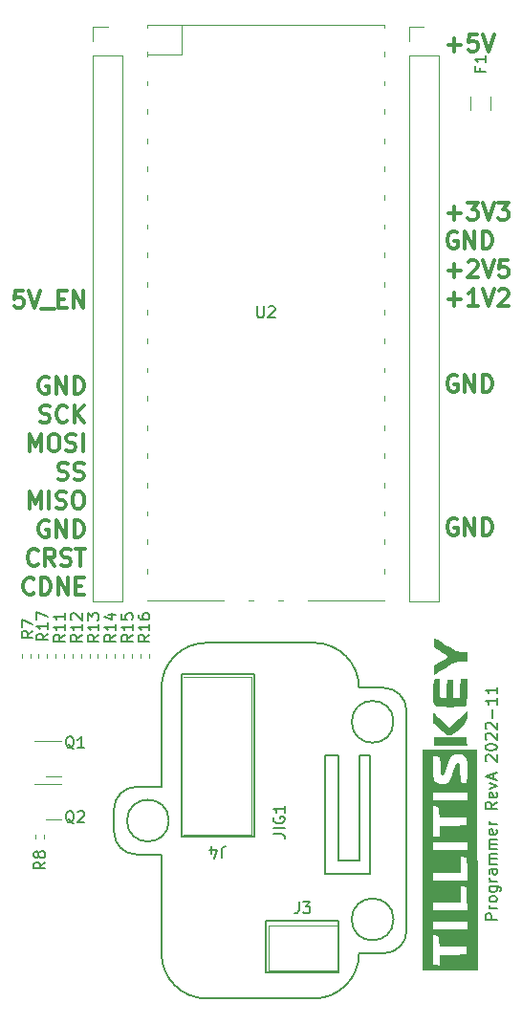
<source format=gbr>
%TF.GenerationSoftware,KiCad,Pcbnew,(6.0.4)*%
%TF.CreationDate,2022-11-07T15:55:16+01:00*%
%TF.ProjectId,mta1-usb-v1-programmer,6d746131-2d75-4736-922d-76312d70726f,rev?*%
%TF.SameCoordinates,Original*%
%TF.FileFunction,Legend,Top*%
%TF.FilePolarity,Positive*%
%FSLAX46Y46*%
G04 Gerber Fmt 4.6, Leading zero omitted, Abs format (unit mm)*
G04 Created by KiCad (PCBNEW (6.0.4)) date 2022-11-07 15:55:16*
%MOMM*%
%LPD*%
G01*
G04 APERTURE LIST*
%ADD10C,0.300000*%
%ADD11C,0.150000*%
%ADD12C,0.120000*%
%ADD13C,0.200000*%
G04 APERTURE END LIST*
D10*
X156627142Y-66227142D02*
X157770000Y-66227142D01*
X157198571Y-66798571D02*
X157198571Y-65655714D01*
X158341428Y-65298571D02*
X159270000Y-65298571D01*
X158770000Y-65870000D01*
X158984285Y-65870000D01*
X159127142Y-65941428D01*
X159198571Y-66012857D01*
X159270000Y-66155714D01*
X159270000Y-66512857D01*
X159198571Y-66655714D01*
X159127142Y-66727142D01*
X158984285Y-66798571D01*
X158555714Y-66798571D01*
X158412857Y-66727142D01*
X158341428Y-66655714D01*
X159698571Y-65298571D02*
X160198571Y-66798571D01*
X160698571Y-65298571D01*
X161055714Y-65298571D02*
X161984285Y-65298571D01*
X161484285Y-65870000D01*
X161698571Y-65870000D01*
X161841428Y-65941428D01*
X161912857Y-66012857D01*
X161984285Y-66155714D01*
X161984285Y-66512857D01*
X161912857Y-66655714D01*
X161841428Y-66727142D01*
X161698571Y-66798571D01*
X161270000Y-66798571D01*
X161127142Y-66727142D01*
X161055714Y-66655714D01*
X156627142Y-71307142D02*
X157770000Y-71307142D01*
X157198571Y-71878571D02*
X157198571Y-70735714D01*
X158412857Y-70521428D02*
X158484285Y-70450000D01*
X158627142Y-70378571D01*
X158984285Y-70378571D01*
X159127142Y-70450000D01*
X159198571Y-70521428D01*
X159270000Y-70664285D01*
X159270000Y-70807142D01*
X159198571Y-71021428D01*
X158341428Y-71878571D01*
X159270000Y-71878571D01*
X159698571Y-70378571D02*
X160198571Y-71878571D01*
X160698571Y-70378571D01*
X161912857Y-70378571D02*
X161198571Y-70378571D01*
X161127142Y-71092857D01*
X161198571Y-71021428D01*
X161341428Y-70950000D01*
X161698571Y-70950000D01*
X161841428Y-71021428D01*
X161912857Y-71092857D01*
X161984285Y-71235714D01*
X161984285Y-71592857D01*
X161912857Y-71735714D01*
X161841428Y-71807142D01*
X161698571Y-71878571D01*
X161341428Y-71878571D01*
X161198571Y-71807142D01*
X161127142Y-71735714D01*
X156627142Y-73847142D02*
X157770000Y-73847142D01*
X157198571Y-74418571D02*
X157198571Y-73275714D01*
X159270000Y-74418571D02*
X158412857Y-74418571D01*
X158841428Y-74418571D02*
X158841428Y-72918571D01*
X158698571Y-73132857D01*
X158555714Y-73275714D01*
X158412857Y-73347142D01*
X159698571Y-72918571D02*
X160198571Y-74418571D01*
X160698571Y-72918571D01*
X161127142Y-73061428D02*
X161198571Y-72990000D01*
X161341428Y-72918571D01*
X161698571Y-72918571D01*
X161841428Y-72990000D01*
X161912857Y-73061428D01*
X161984285Y-73204285D01*
X161984285Y-73347142D01*
X161912857Y-73561428D01*
X161055714Y-74418571D01*
X161984285Y-74418571D01*
D11*
X160952380Y-128785714D02*
X159952380Y-128785714D01*
X159952380Y-128404761D01*
X160000000Y-128309523D01*
X160047619Y-128261904D01*
X160142857Y-128214285D01*
X160285714Y-128214285D01*
X160380952Y-128261904D01*
X160428571Y-128309523D01*
X160476190Y-128404761D01*
X160476190Y-128785714D01*
X160952380Y-127785714D02*
X160285714Y-127785714D01*
X160476190Y-127785714D02*
X160380952Y-127738095D01*
X160333333Y-127690476D01*
X160285714Y-127595238D01*
X160285714Y-127500000D01*
X160952380Y-127023809D02*
X160904761Y-127119047D01*
X160857142Y-127166666D01*
X160761904Y-127214285D01*
X160476190Y-127214285D01*
X160380952Y-127166666D01*
X160333333Y-127119047D01*
X160285714Y-127023809D01*
X160285714Y-126880952D01*
X160333333Y-126785714D01*
X160380952Y-126738095D01*
X160476190Y-126690476D01*
X160761904Y-126690476D01*
X160857142Y-126738095D01*
X160904761Y-126785714D01*
X160952380Y-126880952D01*
X160952380Y-127023809D01*
X160285714Y-125833333D02*
X161095238Y-125833333D01*
X161190476Y-125880952D01*
X161238095Y-125928571D01*
X161285714Y-126023809D01*
X161285714Y-126166666D01*
X161238095Y-126261904D01*
X160904761Y-125833333D02*
X160952380Y-125928571D01*
X160952380Y-126119047D01*
X160904761Y-126214285D01*
X160857142Y-126261904D01*
X160761904Y-126309523D01*
X160476190Y-126309523D01*
X160380952Y-126261904D01*
X160333333Y-126214285D01*
X160285714Y-126119047D01*
X160285714Y-125928571D01*
X160333333Y-125833333D01*
X160952380Y-125357142D02*
X160285714Y-125357142D01*
X160476190Y-125357142D02*
X160380952Y-125309523D01*
X160333333Y-125261904D01*
X160285714Y-125166666D01*
X160285714Y-125071428D01*
X160952380Y-124309523D02*
X160428571Y-124309523D01*
X160333333Y-124357142D01*
X160285714Y-124452380D01*
X160285714Y-124642857D01*
X160333333Y-124738095D01*
X160904761Y-124309523D02*
X160952380Y-124404761D01*
X160952380Y-124642857D01*
X160904761Y-124738095D01*
X160809523Y-124785714D01*
X160714285Y-124785714D01*
X160619047Y-124738095D01*
X160571428Y-124642857D01*
X160571428Y-124404761D01*
X160523809Y-124309523D01*
X160952380Y-123833333D02*
X160285714Y-123833333D01*
X160380952Y-123833333D02*
X160333333Y-123785714D01*
X160285714Y-123690476D01*
X160285714Y-123547619D01*
X160333333Y-123452380D01*
X160428571Y-123404761D01*
X160952380Y-123404761D01*
X160428571Y-123404761D02*
X160333333Y-123357142D01*
X160285714Y-123261904D01*
X160285714Y-123119047D01*
X160333333Y-123023809D01*
X160428571Y-122976190D01*
X160952380Y-122976190D01*
X160952380Y-122500000D02*
X160285714Y-122500000D01*
X160380952Y-122500000D02*
X160333333Y-122452380D01*
X160285714Y-122357142D01*
X160285714Y-122214285D01*
X160333333Y-122119047D01*
X160428571Y-122071428D01*
X160952380Y-122071428D01*
X160428571Y-122071428D02*
X160333333Y-122023809D01*
X160285714Y-121928571D01*
X160285714Y-121785714D01*
X160333333Y-121690476D01*
X160428571Y-121642857D01*
X160952380Y-121642857D01*
X160904761Y-120785714D02*
X160952380Y-120880952D01*
X160952380Y-121071428D01*
X160904761Y-121166666D01*
X160809523Y-121214285D01*
X160428571Y-121214285D01*
X160333333Y-121166666D01*
X160285714Y-121071428D01*
X160285714Y-120880952D01*
X160333333Y-120785714D01*
X160428571Y-120738095D01*
X160523809Y-120738095D01*
X160619047Y-121214285D01*
X160952380Y-120309523D02*
X160285714Y-120309523D01*
X160476190Y-120309523D02*
X160380952Y-120261904D01*
X160333333Y-120214285D01*
X160285714Y-120119047D01*
X160285714Y-120023809D01*
X160952380Y-118357142D02*
X160476190Y-118690476D01*
X160952380Y-118928571D02*
X159952380Y-118928571D01*
X159952380Y-118547619D01*
X160000000Y-118452380D01*
X160047619Y-118404761D01*
X160142857Y-118357142D01*
X160285714Y-118357142D01*
X160380952Y-118404761D01*
X160428571Y-118452380D01*
X160476190Y-118547619D01*
X160476190Y-118928571D01*
X160904761Y-117547619D02*
X160952380Y-117642857D01*
X160952380Y-117833333D01*
X160904761Y-117928571D01*
X160809523Y-117976190D01*
X160428571Y-117976190D01*
X160333333Y-117928571D01*
X160285714Y-117833333D01*
X160285714Y-117642857D01*
X160333333Y-117547619D01*
X160428571Y-117500000D01*
X160523809Y-117500000D01*
X160619047Y-117976190D01*
X160285714Y-117166666D02*
X160952380Y-116928571D01*
X160285714Y-116690476D01*
X160666666Y-116357142D02*
X160666666Y-115880952D01*
X160952380Y-116452380D02*
X159952380Y-116119047D01*
X160952380Y-115785714D01*
X160047619Y-114738095D02*
X160000000Y-114690476D01*
X159952380Y-114595238D01*
X159952380Y-114357142D01*
X160000000Y-114261904D01*
X160047619Y-114214285D01*
X160142857Y-114166666D01*
X160238095Y-114166666D01*
X160380952Y-114214285D01*
X160952380Y-114785714D01*
X160952380Y-114166666D01*
X159952380Y-113547619D02*
X159952380Y-113452380D01*
X160000000Y-113357142D01*
X160047619Y-113309523D01*
X160142857Y-113261904D01*
X160333333Y-113214285D01*
X160571428Y-113214285D01*
X160761904Y-113261904D01*
X160857142Y-113309523D01*
X160904761Y-113357142D01*
X160952380Y-113452380D01*
X160952380Y-113547619D01*
X160904761Y-113642857D01*
X160857142Y-113690476D01*
X160761904Y-113738095D01*
X160571428Y-113785714D01*
X160333333Y-113785714D01*
X160142857Y-113738095D01*
X160047619Y-113690476D01*
X160000000Y-113642857D01*
X159952380Y-113547619D01*
X160047619Y-112833333D02*
X160000000Y-112785714D01*
X159952380Y-112690476D01*
X159952380Y-112452380D01*
X160000000Y-112357142D01*
X160047619Y-112309523D01*
X160142857Y-112261904D01*
X160238095Y-112261904D01*
X160380952Y-112309523D01*
X160952380Y-112880952D01*
X160952380Y-112261904D01*
X160047619Y-111880952D02*
X160000000Y-111833333D01*
X159952380Y-111738095D01*
X159952380Y-111500000D01*
X160000000Y-111404761D01*
X160047619Y-111357142D01*
X160142857Y-111309523D01*
X160238095Y-111309523D01*
X160380952Y-111357142D01*
X160952380Y-111928571D01*
X160952380Y-111309523D01*
X160571428Y-110880952D02*
X160571428Y-110119047D01*
X160952380Y-109119047D02*
X160952380Y-109690476D01*
X160952380Y-109404761D02*
X159952380Y-109404761D01*
X160095238Y-109500000D01*
X160190476Y-109595238D01*
X160238095Y-109690476D01*
X160952380Y-108166666D02*
X160952380Y-108738095D01*
X160952380Y-108452380D02*
X159952380Y-108452380D01*
X160095238Y-108547619D01*
X160190476Y-108642857D01*
X160238095Y-108738095D01*
D10*
X157412857Y-93310000D02*
X157270000Y-93238571D01*
X157055714Y-93238571D01*
X156841428Y-93310000D01*
X156698571Y-93452857D01*
X156627142Y-93595714D01*
X156555714Y-93881428D01*
X156555714Y-94095714D01*
X156627142Y-94381428D01*
X156698571Y-94524285D01*
X156841428Y-94667142D01*
X157055714Y-94738571D01*
X157198571Y-94738571D01*
X157412857Y-94667142D01*
X157484285Y-94595714D01*
X157484285Y-94095714D01*
X157198571Y-94095714D01*
X158127142Y-94738571D02*
X158127142Y-93238571D01*
X158984285Y-94738571D01*
X158984285Y-93238571D01*
X159698571Y-94738571D02*
X159698571Y-93238571D01*
X160055714Y-93238571D01*
X160270000Y-93310000D01*
X160412857Y-93452857D01*
X160484285Y-93595714D01*
X160555714Y-93881428D01*
X160555714Y-94095714D01*
X160484285Y-94381428D01*
X160412857Y-94524285D01*
X160270000Y-94667142D01*
X160055714Y-94738571D01*
X159698571Y-94738571D01*
X119593571Y-87278571D02*
X119593571Y-85778571D01*
X120093571Y-86850000D01*
X120593571Y-85778571D01*
X120593571Y-87278571D01*
X121593571Y-85778571D02*
X121879285Y-85778571D01*
X122022142Y-85850000D01*
X122165000Y-85992857D01*
X122236428Y-86278571D01*
X122236428Y-86778571D01*
X122165000Y-87064285D01*
X122022142Y-87207142D01*
X121879285Y-87278571D01*
X121593571Y-87278571D01*
X121450714Y-87207142D01*
X121307857Y-87064285D01*
X121236428Y-86778571D01*
X121236428Y-86278571D01*
X121307857Y-85992857D01*
X121450714Y-85850000D01*
X121593571Y-85778571D01*
X122807857Y-87207142D02*
X123022142Y-87278571D01*
X123379285Y-87278571D01*
X123522142Y-87207142D01*
X123593571Y-87135714D01*
X123665000Y-86992857D01*
X123665000Y-86850000D01*
X123593571Y-86707142D01*
X123522142Y-86635714D01*
X123379285Y-86564285D01*
X123093571Y-86492857D01*
X122950714Y-86421428D01*
X122879285Y-86350000D01*
X122807857Y-86207142D01*
X122807857Y-86064285D01*
X122879285Y-85921428D01*
X122950714Y-85850000D01*
X123093571Y-85778571D01*
X123450714Y-85778571D01*
X123665000Y-85850000D01*
X124307857Y-87278571D02*
X124307857Y-85778571D01*
X121236428Y-93470000D02*
X121093571Y-93398571D01*
X120879285Y-93398571D01*
X120665000Y-93470000D01*
X120522142Y-93612857D01*
X120450714Y-93755714D01*
X120379285Y-94041428D01*
X120379285Y-94255714D01*
X120450714Y-94541428D01*
X120522142Y-94684285D01*
X120665000Y-94827142D01*
X120879285Y-94898571D01*
X121022142Y-94898571D01*
X121236428Y-94827142D01*
X121307857Y-94755714D01*
X121307857Y-94255714D01*
X121022142Y-94255714D01*
X121950714Y-94898571D02*
X121950714Y-93398571D01*
X122807857Y-94898571D01*
X122807857Y-93398571D01*
X123522142Y-94898571D02*
X123522142Y-93398571D01*
X123879285Y-93398571D01*
X124093571Y-93470000D01*
X124236428Y-93612857D01*
X124307857Y-93755714D01*
X124379285Y-94041428D01*
X124379285Y-94255714D01*
X124307857Y-94541428D01*
X124236428Y-94684285D01*
X124093571Y-94827142D01*
X123879285Y-94898571D01*
X123522142Y-94898571D01*
X157412857Y-80610000D02*
X157270000Y-80538571D01*
X157055714Y-80538571D01*
X156841428Y-80610000D01*
X156698571Y-80752857D01*
X156627142Y-80895714D01*
X156555714Y-81181428D01*
X156555714Y-81395714D01*
X156627142Y-81681428D01*
X156698571Y-81824285D01*
X156841428Y-81967142D01*
X157055714Y-82038571D01*
X157198571Y-82038571D01*
X157412857Y-81967142D01*
X157484285Y-81895714D01*
X157484285Y-81395714D01*
X157198571Y-81395714D01*
X158127142Y-82038571D02*
X158127142Y-80538571D01*
X158984285Y-82038571D01*
X158984285Y-80538571D01*
X159698571Y-82038571D02*
X159698571Y-80538571D01*
X160055714Y-80538571D01*
X160270000Y-80610000D01*
X160412857Y-80752857D01*
X160484285Y-80895714D01*
X160555714Y-81181428D01*
X160555714Y-81395714D01*
X160484285Y-81681428D01*
X160412857Y-81824285D01*
X160270000Y-81967142D01*
X160055714Y-82038571D01*
X159698571Y-82038571D01*
X120522142Y-84667142D02*
X120736428Y-84738571D01*
X121093571Y-84738571D01*
X121236428Y-84667142D01*
X121307857Y-84595714D01*
X121379285Y-84452857D01*
X121379285Y-84310000D01*
X121307857Y-84167142D01*
X121236428Y-84095714D01*
X121093571Y-84024285D01*
X120807857Y-83952857D01*
X120665000Y-83881428D01*
X120593571Y-83810000D01*
X120522142Y-83667142D01*
X120522142Y-83524285D01*
X120593571Y-83381428D01*
X120665000Y-83310000D01*
X120807857Y-83238571D01*
X121165000Y-83238571D01*
X121379285Y-83310000D01*
X122879285Y-84595714D02*
X122807857Y-84667142D01*
X122593571Y-84738571D01*
X122450714Y-84738571D01*
X122236428Y-84667142D01*
X122093571Y-84524285D01*
X122022142Y-84381428D01*
X121950714Y-84095714D01*
X121950714Y-83881428D01*
X122022142Y-83595714D01*
X122093571Y-83452857D01*
X122236428Y-83310000D01*
X122450714Y-83238571D01*
X122593571Y-83238571D01*
X122807857Y-83310000D01*
X122879285Y-83381428D01*
X123522142Y-84738571D02*
X123522142Y-83238571D01*
X124379285Y-84738571D02*
X123736428Y-83881428D01*
X124379285Y-83238571D02*
X123522142Y-84095714D01*
X118990714Y-73078571D02*
X118276428Y-73078571D01*
X118205000Y-73792857D01*
X118276428Y-73721428D01*
X118419285Y-73650000D01*
X118776428Y-73650000D01*
X118919285Y-73721428D01*
X118990714Y-73792857D01*
X119062142Y-73935714D01*
X119062142Y-74292857D01*
X118990714Y-74435714D01*
X118919285Y-74507142D01*
X118776428Y-74578571D01*
X118419285Y-74578571D01*
X118276428Y-74507142D01*
X118205000Y-74435714D01*
X119490714Y-73078571D02*
X119990714Y-74578571D01*
X120490714Y-73078571D01*
X120633571Y-74721428D02*
X121776428Y-74721428D01*
X122133571Y-73792857D02*
X122633571Y-73792857D01*
X122847857Y-74578571D02*
X122133571Y-74578571D01*
X122133571Y-73078571D01*
X122847857Y-73078571D01*
X123490714Y-74578571D02*
X123490714Y-73078571D01*
X124347857Y-74578571D01*
X124347857Y-73078571D01*
X157412857Y-67910000D02*
X157270000Y-67838571D01*
X157055714Y-67838571D01*
X156841428Y-67910000D01*
X156698571Y-68052857D01*
X156627142Y-68195714D01*
X156555714Y-68481428D01*
X156555714Y-68695714D01*
X156627142Y-68981428D01*
X156698571Y-69124285D01*
X156841428Y-69267142D01*
X157055714Y-69338571D01*
X157198571Y-69338571D01*
X157412857Y-69267142D01*
X157484285Y-69195714D01*
X157484285Y-68695714D01*
X157198571Y-68695714D01*
X158127142Y-69338571D02*
X158127142Y-67838571D01*
X158984285Y-69338571D01*
X158984285Y-67838571D01*
X159698571Y-69338571D02*
X159698571Y-67838571D01*
X160055714Y-67838571D01*
X160270000Y-67910000D01*
X160412857Y-68052857D01*
X160484285Y-68195714D01*
X160555714Y-68481428D01*
X160555714Y-68695714D01*
X160484285Y-68981428D01*
X160412857Y-69124285D01*
X160270000Y-69267142D01*
X160055714Y-69338571D01*
X159698571Y-69338571D01*
X156627142Y-51307142D02*
X157770000Y-51307142D01*
X157198571Y-51878571D02*
X157198571Y-50735714D01*
X159198571Y-50378571D02*
X158484285Y-50378571D01*
X158412857Y-51092857D01*
X158484285Y-51021428D01*
X158627142Y-50950000D01*
X158984285Y-50950000D01*
X159127142Y-51021428D01*
X159198571Y-51092857D01*
X159270000Y-51235714D01*
X159270000Y-51592857D01*
X159198571Y-51735714D01*
X159127142Y-51807142D01*
X158984285Y-51878571D01*
X158627142Y-51878571D01*
X158484285Y-51807142D01*
X158412857Y-51735714D01*
X159698571Y-50378571D02*
X160198571Y-51878571D01*
X160698571Y-50378571D01*
X121236428Y-80770000D02*
X121093571Y-80698571D01*
X120879285Y-80698571D01*
X120665000Y-80770000D01*
X120522142Y-80912857D01*
X120450714Y-81055714D01*
X120379285Y-81341428D01*
X120379285Y-81555714D01*
X120450714Y-81841428D01*
X120522142Y-81984285D01*
X120665000Y-82127142D01*
X120879285Y-82198571D01*
X121022142Y-82198571D01*
X121236428Y-82127142D01*
X121307857Y-82055714D01*
X121307857Y-81555714D01*
X121022142Y-81555714D01*
X121950714Y-82198571D02*
X121950714Y-80698571D01*
X122807857Y-82198571D01*
X122807857Y-80698571D01*
X123522142Y-82198571D02*
X123522142Y-80698571D01*
X123879285Y-80698571D01*
X124093571Y-80770000D01*
X124236428Y-80912857D01*
X124307857Y-81055714D01*
X124379285Y-81341428D01*
X124379285Y-81555714D01*
X124307857Y-81841428D01*
X124236428Y-81984285D01*
X124093571Y-82127142D01*
X123879285Y-82198571D01*
X123522142Y-82198571D01*
X120307857Y-97295714D02*
X120236428Y-97367142D01*
X120022142Y-97438571D01*
X119879285Y-97438571D01*
X119665000Y-97367142D01*
X119522142Y-97224285D01*
X119450714Y-97081428D01*
X119379285Y-96795714D01*
X119379285Y-96581428D01*
X119450714Y-96295714D01*
X119522142Y-96152857D01*
X119665000Y-96010000D01*
X119879285Y-95938571D01*
X120022142Y-95938571D01*
X120236428Y-96010000D01*
X120307857Y-96081428D01*
X121807857Y-97438571D02*
X121307857Y-96724285D01*
X120950714Y-97438571D02*
X120950714Y-95938571D01*
X121522142Y-95938571D01*
X121665000Y-96010000D01*
X121736428Y-96081428D01*
X121807857Y-96224285D01*
X121807857Y-96438571D01*
X121736428Y-96581428D01*
X121665000Y-96652857D01*
X121522142Y-96724285D01*
X120950714Y-96724285D01*
X122379285Y-97367142D02*
X122593571Y-97438571D01*
X122950714Y-97438571D01*
X123093571Y-97367142D01*
X123165000Y-97295714D01*
X123236428Y-97152857D01*
X123236428Y-97010000D01*
X123165000Y-96867142D01*
X123093571Y-96795714D01*
X122950714Y-96724285D01*
X122665000Y-96652857D01*
X122522142Y-96581428D01*
X122450714Y-96510000D01*
X122379285Y-96367142D01*
X122379285Y-96224285D01*
X122450714Y-96081428D01*
X122522142Y-96010000D01*
X122665000Y-95938571D01*
X123022142Y-95938571D01*
X123236428Y-96010000D01*
X123665000Y-95938571D02*
X124522142Y-95938571D01*
X124093571Y-97438571D02*
X124093571Y-95938571D01*
X119593571Y-92358571D02*
X119593571Y-90858571D01*
X120093571Y-91930000D01*
X120593571Y-90858571D01*
X120593571Y-92358571D01*
X121307857Y-92358571D02*
X121307857Y-90858571D01*
X121950714Y-92287142D02*
X122165000Y-92358571D01*
X122522142Y-92358571D01*
X122665000Y-92287142D01*
X122736428Y-92215714D01*
X122807857Y-92072857D01*
X122807857Y-91930000D01*
X122736428Y-91787142D01*
X122665000Y-91715714D01*
X122522142Y-91644285D01*
X122236428Y-91572857D01*
X122093571Y-91501428D01*
X122022142Y-91430000D01*
X121950714Y-91287142D01*
X121950714Y-91144285D01*
X122022142Y-91001428D01*
X122093571Y-90930000D01*
X122236428Y-90858571D01*
X122593571Y-90858571D01*
X122807857Y-90930000D01*
X123736428Y-90858571D02*
X124022142Y-90858571D01*
X124165000Y-90930000D01*
X124307857Y-91072857D01*
X124379285Y-91358571D01*
X124379285Y-91858571D01*
X124307857Y-92144285D01*
X124165000Y-92287142D01*
X124022142Y-92358571D01*
X123736428Y-92358571D01*
X123593571Y-92287142D01*
X123450714Y-92144285D01*
X123379285Y-91858571D01*
X123379285Y-91358571D01*
X123450714Y-91072857D01*
X123593571Y-90930000D01*
X123736428Y-90858571D01*
X119950714Y-99835714D02*
X119879285Y-99907142D01*
X119665000Y-99978571D01*
X119522142Y-99978571D01*
X119307857Y-99907142D01*
X119165000Y-99764285D01*
X119093571Y-99621428D01*
X119022142Y-99335714D01*
X119022142Y-99121428D01*
X119093571Y-98835714D01*
X119165000Y-98692857D01*
X119307857Y-98550000D01*
X119522142Y-98478571D01*
X119665000Y-98478571D01*
X119879285Y-98550000D01*
X119950714Y-98621428D01*
X120593571Y-99978571D02*
X120593571Y-98478571D01*
X120950714Y-98478571D01*
X121165000Y-98550000D01*
X121307857Y-98692857D01*
X121379285Y-98835714D01*
X121450714Y-99121428D01*
X121450714Y-99335714D01*
X121379285Y-99621428D01*
X121307857Y-99764285D01*
X121165000Y-99907142D01*
X120950714Y-99978571D01*
X120593571Y-99978571D01*
X122093571Y-99978571D02*
X122093571Y-98478571D01*
X122950714Y-99978571D01*
X122950714Y-98478571D01*
X123665000Y-99192857D02*
X124165000Y-99192857D01*
X124379285Y-99978571D02*
X123665000Y-99978571D01*
X123665000Y-98478571D01*
X124379285Y-98478571D01*
X122093571Y-89747142D02*
X122307857Y-89818571D01*
X122665000Y-89818571D01*
X122807857Y-89747142D01*
X122879285Y-89675714D01*
X122950714Y-89532857D01*
X122950714Y-89390000D01*
X122879285Y-89247142D01*
X122807857Y-89175714D01*
X122665000Y-89104285D01*
X122379285Y-89032857D01*
X122236428Y-88961428D01*
X122165000Y-88890000D01*
X122093571Y-88747142D01*
X122093571Y-88604285D01*
X122165000Y-88461428D01*
X122236428Y-88390000D01*
X122379285Y-88318571D01*
X122736428Y-88318571D01*
X122950714Y-88390000D01*
X123522142Y-89747142D02*
X123736428Y-89818571D01*
X124093571Y-89818571D01*
X124236428Y-89747142D01*
X124307857Y-89675714D01*
X124379285Y-89532857D01*
X124379285Y-89390000D01*
X124307857Y-89247142D01*
X124236428Y-89175714D01*
X124093571Y-89104285D01*
X123807857Y-89032857D01*
X123665000Y-88961428D01*
X123593571Y-88890000D01*
X123522142Y-88747142D01*
X123522142Y-88604285D01*
X123593571Y-88461428D01*
X123665000Y-88390000D01*
X123807857Y-88318571D01*
X124165000Y-88318571D01*
X124379285Y-88390000D01*
D11*
%TO.C,R16*%
X130202380Y-103542857D02*
X129726190Y-103876190D01*
X130202380Y-104114285D02*
X129202380Y-104114285D01*
X129202380Y-103733333D01*
X129250000Y-103638095D01*
X129297619Y-103590476D01*
X129392857Y-103542857D01*
X129535714Y-103542857D01*
X129630952Y-103590476D01*
X129678571Y-103638095D01*
X129726190Y-103733333D01*
X129726190Y-104114285D01*
X130202380Y-102590476D02*
X130202380Y-103161904D01*
X130202380Y-102876190D02*
X129202380Y-102876190D01*
X129345238Y-102971428D01*
X129440476Y-103066666D01*
X129488095Y-103161904D01*
X129202380Y-101733333D02*
X129202380Y-101923809D01*
X129250000Y-102019047D01*
X129297619Y-102066666D01*
X129440476Y-102161904D01*
X129630952Y-102209523D01*
X130011904Y-102209523D01*
X130107142Y-102161904D01*
X130154761Y-102114285D01*
X130202380Y-102019047D01*
X130202380Y-101828571D01*
X130154761Y-101733333D01*
X130107142Y-101685714D01*
X130011904Y-101638095D01*
X129773809Y-101638095D01*
X129678571Y-101685714D01*
X129630952Y-101733333D01*
X129583333Y-101828571D01*
X129583333Y-102019047D01*
X129630952Y-102114285D01*
X129678571Y-102161904D01*
X129773809Y-102209523D01*
%TO.C,JIG1*%
X141152380Y-121171428D02*
X141866666Y-121171428D01*
X142009523Y-121219047D01*
X142104761Y-121314285D01*
X142152380Y-121457142D01*
X142152380Y-121552380D01*
X142152380Y-120695238D02*
X141152380Y-120695238D01*
X141200000Y-119695238D02*
X141152380Y-119790476D01*
X141152380Y-119933333D01*
X141200000Y-120076190D01*
X141295238Y-120171428D01*
X141390476Y-120219047D01*
X141580952Y-120266666D01*
X141723809Y-120266666D01*
X141914285Y-120219047D01*
X142009523Y-120171428D01*
X142104761Y-120076190D01*
X142152380Y-119933333D01*
X142152380Y-119838095D01*
X142104761Y-119695238D01*
X142057142Y-119647619D01*
X141723809Y-119647619D01*
X141723809Y-119838095D01*
X142152380Y-118695238D02*
X142152380Y-119266666D01*
X142152380Y-118980952D02*
X141152380Y-118980952D01*
X141295238Y-119076190D01*
X141390476Y-119171428D01*
X141438095Y-119266666D01*
%TO.C,J4*%
X136583333Y-123297619D02*
X136583333Y-122583333D01*
X136630952Y-122440476D01*
X136726190Y-122345238D01*
X136869047Y-122297619D01*
X136964285Y-122297619D01*
X135678571Y-122964285D02*
X135678571Y-122297619D01*
X135916666Y-123345238D02*
X136154761Y-122630952D01*
X135535714Y-122630952D01*
%TO.C,J3*%
X143416666Y-127202380D02*
X143416666Y-127916666D01*
X143369047Y-128059523D01*
X143273809Y-128154761D01*
X143130952Y-128202380D01*
X143035714Y-128202380D01*
X143797619Y-127202380D02*
X144416666Y-127202380D01*
X144083333Y-127583333D01*
X144226190Y-127583333D01*
X144321428Y-127630952D01*
X144369047Y-127678571D01*
X144416666Y-127773809D01*
X144416666Y-128011904D01*
X144369047Y-128107142D01*
X144321428Y-128154761D01*
X144226190Y-128202380D01*
X143940476Y-128202380D01*
X143845238Y-128154761D01*
X143797619Y-128107142D01*
%TO.C,F1*%
X159478571Y-53333333D02*
X159478571Y-53666666D01*
X160002380Y-53666666D02*
X159002380Y-53666666D01*
X159002380Y-53190476D01*
X160002380Y-52285714D02*
X160002380Y-52857142D01*
X160002380Y-52571428D02*
X159002380Y-52571428D01*
X159145238Y-52666666D01*
X159240476Y-52761904D01*
X159288095Y-52857142D01*
%TO.C,R12*%
X124202380Y-103542857D02*
X123726190Y-103876190D01*
X124202380Y-104114285D02*
X123202380Y-104114285D01*
X123202380Y-103733333D01*
X123250000Y-103638095D01*
X123297619Y-103590476D01*
X123392857Y-103542857D01*
X123535714Y-103542857D01*
X123630952Y-103590476D01*
X123678571Y-103638095D01*
X123726190Y-103733333D01*
X123726190Y-104114285D01*
X124202380Y-102590476D02*
X124202380Y-103161904D01*
X124202380Y-102876190D02*
X123202380Y-102876190D01*
X123345238Y-102971428D01*
X123440476Y-103066666D01*
X123488095Y-103161904D01*
X123297619Y-102209523D02*
X123250000Y-102161904D01*
X123202380Y-102066666D01*
X123202380Y-101828571D01*
X123250000Y-101733333D01*
X123297619Y-101685714D01*
X123392857Y-101638095D01*
X123488095Y-101638095D01*
X123630952Y-101685714D01*
X124202380Y-102257142D01*
X124202380Y-101638095D01*
%TO.C,R14*%
X127202380Y-103542857D02*
X126726190Y-103876190D01*
X127202380Y-104114285D02*
X126202380Y-104114285D01*
X126202380Y-103733333D01*
X126250000Y-103638095D01*
X126297619Y-103590476D01*
X126392857Y-103542857D01*
X126535714Y-103542857D01*
X126630952Y-103590476D01*
X126678571Y-103638095D01*
X126726190Y-103733333D01*
X126726190Y-104114285D01*
X127202380Y-102590476D02*
X127202380Y-103161904D01*
X127202380Y-102876190D02*
X126202380Y-102876190D01*
X126345238Y-102971428D01*
X126440476Y-103066666D01*
X126488095Y-103161904D01*
X126535714Y-101733333D02*
X127202380Y-101733333D01*
X126154761Y-101971428D02*
X126869047Y-102209523D01*
X126869047Y-101590476D01*
%TO.C,R11*%
X122702380Y-103542857D02*
X122226190Y-103876190D01*
X122702380Y-104114285D02*
X121702380Y-104114285D01*
X121702380Y-103733333D01*
X121750000Y-103638095D01*
X121797619Y-103590476D01*
X121892857Y-103542857D01*
X122035714Y-103542857D01*
X122130952Y-103590476D01*
X122178571Y-103638095D01*
X122226190Y-103733333D01*
X122226190Y-104114285D01*
X122702380Y-102590476D02*
X122702380Y-103161904D01*
X122702380Y-102876190D02*
X121702380Y-102876190D01*
X121845238Y-102971428D01*
X121940476Y-103066666D01*
X121988095Y-103161904D01*
X122702380Y-101638095D02*
X122702380Y-102209523D01*
X122702380Y-101923809D02*
X121702380Y-101923809D01*
X121845238Y-102019047D01*
X121940476Y-102114285D01*
X121988095Y-102209523D01*
%TO.C,R13*%
X125702380Y-103542857D02*
X125226190Y-103876190D01*
X125702380Y-104114285D02*
X124702380Y-104114285D01*
X124702380Y-103733333D01*
X124750000Y-103638095D01*
X124797619Y-103590476D01*
X124892857Y-103542857D01*
X125035714Y-103542857D01*
X125130952Y-103590476D01*
X125178571Y-103638095D01*
X125226190Y-103733333D01*
X125226190Y-104114285D01*
X125702380Y-102590476D02*
X125702380Y-103161904D01*
X125702380Y-102876190D02*
X124702380Y-102876190D01*
X124845238Y-102971428D01*
X124940476Y-103066666D01*
X124988095Y-103161904D01*
X124702380Y-102257142D02*
X124702380Y-101638095D01*
X125083333Y-101971428D01*
X125083333Y-101828571D01*
X125130952Y-101733333D01*
X125178571Y-101685714D01*
X125273809Y-101638095D01*
X125511904Y-101638095D01*
X125607142Y-101685714D01*
X125654761Y-101733333D01*
X125702380Y-101828571D01*
X125702380Y-102114285D01*
X125654761Y-102209523D01*
X125607142Y-102257142D01*
%TO.C,Q1*%
X123504761Y-113647619D02*
X123409523Y-113600000D01*
X123314285Y-113504761D01*
X123171428Y-113361904D01*
X123076190Y-113314285D01*
X122980952Y-113314285D01*
X123028571Y-113552380D02*
X122933333Y-113504761D01*
X122838095Y-113409523D01*
X122790476Y-113219047D01*
X122790476Y-112885714D01*
X122838095Y-112695238D01*
X122933333Y-112600000D01*
X123028571Y-112552380D01*
X123219047Y-112552380D01*
X123314285Y-112600000D01*
X123409523Y-112695238D01*
X123457142Y-112885714D01*
X123457142Y-113219047D01*
X123409523Y-113409523D01*
X123314285Y-113504761D01*
X123219047Y-113552380D01*
X123028571Y-113552380D01*
X124409523Y-113552380D02*
X123838095Y-113552380D01*
X124123809Y-113552380D02*
X124123809Y-112552380D01*
X124028571Y-112695238D01*
X123933333Y-112790476D01*
X123838095Y-112838095D01*
%TO.C,R8*%
X120952380Y-123666666D02*
X120476190Y-124000000D01*
X120952380Y-124238095D02*
X119952380Y-124238095D01*
X119952380Y-123857142D01*
X120000000Y-123761904D01*
X120047619Y-123714285D01*
X120142857Y-123666666D01*
X120285714Y-123666666D01*
X120380952Y-123714285D01*
X120428571Y-123761904D01*
X120476190Y-123857142D01*
X120476190Y-124238095D01*
X120380952Y-123095238D02*
X120333333Y-123190476D01*
X120285714Y-123238095D01*
X120190476Y-123285714D01*
X120142857Y-123285714D01*
X120047619Y-123238095D01*
X120000000Y-123190476D01*
X119952380Y-123095238D01*
X119952380Y-122904761D01*
X120000000Y-122809523D01*
X120047619Y-122761904D01*
X120142857Y-122714285D01*
X120190476Y-122714285D01*
X120285714Y-122761904D01*
X120333333Y-122809523D01*
X120380952Y-122904761D01*
X120380952Y-123095238D01*
X120428571Y-123190476D01*
X120476190Y-123238095D01*
X120571428Y-123285714D01*
X120761904Y-123285714D01*
X120857142Y-123238095D01*
X120904761Y-123190476D01*
X120952380Y-123095238D01*
X120952380Y-122904761D01*
X120904761Y-122809523D01*
X120857142Y-122761904D01*
X120761904Y-122714285D01*
X120571428Y-122714285D01*
X120476190Y-122761904D01*
X120428571Y-122809523D01*
X120380952Y-122904761D01*
%TO.C,Q2*%
X123504761Y-120247619D02*
X123409523Y-120200000D01*
X123314285Y-120104761D01*
X123171428Y-119961904D01*
X123076190Y-119914285D01*
X122980952Y-119914285D01*
X123028571Y-120152380D02*
X122933333Y-120104761D01*
X122838095Y-120009523D01*
X122790476Y-119819047D01*
X122790476Y-119485714D01*
X122838095Y-119295238D01*
X122933333Y-119200000D01*
X123028571Y-119152380D01*
X123219047Y-119152380D01*
X123314285Y-119200000D01*
X123409523Y-119295238D01*
X123457142Y-119485714D01*
X123457142Y-119819047D01*
X123409523Y-120009523D01*
X123314285Y-120104761D01*
X123219047Y-120152380D01*
X123028571Y-120152380D01*
X123838095Y-119247619D02*
X123885714Y-119200000D01*
X123980952Y-119152380D01*
X124219047Y-119152380D01*
X124314285Y-119200000D01*
X124361904Y-119247619D01*
X124409523Y-119342857D01*
X124409523Y-119438095D01*
X124361904Y-119580952D01*
X123790476Y-120152380D01*
X124409523Y-120152380D01*
%TO.C,U2*%
X139738095Y-74452380D02*
X139738095Y-75261904D01*
X139785714Y-75357142D01*
X139833333Y-75404761D01*
X139928571Y-75452380D01*
X140119047Y-75452380D01*
X140214285Y-75404761D01*
X140261904Y-75357142D01*
X140309523Y-75261904D01*
X140309523Y-74452380D01*
X140738095Y-74547619D02*
X140785714Y-74500000D01*
X140880952Y-74452380D01*
X141119047Y-74452380D01*
X141214285Y-74500000D01*
X141261904Y-74547619D01*
X141309523Y-74642857D01*
X141309523Y-74738095D01*
X141261904Y-74880952D01*
X140690476Y-75452380D01*
X141309523Y-75452380D01*
%TO.C,R17*%
X121202380Y-103442857D02*
X120726190Y-103776190D01*
X121202380Y-104014285D02*
X120202380Y-104014285D01*
X120202380Y-103633333D01*
X120250000Y-103538095D01*
X120297619Y-103490476D01*
X120392857Y-103442857D01*
X120535714Y-103442857D01*
X120630952Y-103490476D01*
X120678571Y-103538095D01*
X120726190Y-103633333D01*
X120726190Y-104014285D01*
X121202380Y-102490476D02*
X121202380Y-103061904D01*
X121202380Y-102776190D02*
X120202380Y-102776190D01*
X120345238Y-102871428D01*
X120440476Y-102966666D01*
X120488095Y-103061904D01*
X120202380Y-102157142D02*
X120202380Y-101490476D01*
X121202380Y-101919047D01*
%TO.C,R15*%
X128702380Y-103542857D02*
X128226190Y-103876190D01*
X128702380Y-104114285D02*
X127702380Y-104114285D01*
X127702380Y-103733333D01*
X127750000Y-103638095D01*
X127797619Y-103590476D01*
X127892857Y-103542857D01*
X128035714Y-103542857D01*
X128130952Y-103590476D01*
X128178571Y-103638095D01*
X128226190Y-103733333D01*
X128226190Y-104114285D01*
X128702380Y-102590476D02*
X128702380Y-103161904D01*
X128702380Y-102876190D02*
X127702380Y-102876190D01*
X127845238Y-102971428D01*
X127940476Y-103066666D01*
X127988095Y-103161904D01*
X127702380Y-101685714D02*
X127702380Y-102161904D01*
X128178571Y-102209523D01*
X128130952Y-102161904D01*
X128083333Y-102066666D01*
X128083333Y-101828571D01*
X128130952Y-101733333D01*
X128178571Y-101685714D01*
X128273809Y-101638095D01*
X128511904Y-101638095D01*
X128607142Y-101685714D01*
X128654761Y-101733333D01*
X128702380Y-101828571D01*
X128702380Y-102066666D01*
X128654761Y-102161904D01*
X128607142Y-102209523D01*
%TO.C,R7*%
X119862380Y-103196666D02*
X119386190Y-103530000D01*
X119862380Y-103768095D02*
X118862380Y-103768095D01*
X118862380Y-103387142D01*
X118910000Y-103291904D01*
X118957619Y-103244285D01*
X119052857Y-103196666D01*
X119195714Y-103196666D01*
X119290952Y-103244285D01*
X119338571Y-103291904D01*
X119386190Y-103387142D01*
X119386190Y-103768095D01*
X118862380Y-102863333D02*
X118862380Y-102196666D01*
X119862380Y-102625238D01*
D12*
%TO.C,R16*%
X130130000Y-105553641D02*
X130130000Y-105246359D01*
X129370000Y-105553641D02*
X129370000Y-105246359D01*
%TO.C,G\u002A\u002A\u002A*%
G36*
X154344667Y-113671404D02*
G01*
X156778833Y-113693869D01*
X159213000Y-113716334D01*
X159256044Y-133232000D01*
X154344667Y-133232000D01*
X154344667Y-130119862D01*
X155271804Y-130119862D01*
X155295069Y-131443098D01*
X155318333Y-132766334D01*
X155593500Y-132792865D01*
X155868666Y-132819396D01*
X155868667Y-132348365D01*
X155868667Y-131877334D01*
X157039889Y-131877334D01*
X157469608Y-131873179D01*
X157837501Y-131861780D01*
X158110961Y-131844740D01*
X158257381Y-131823658D01*
X158271585Y-131816860D01*
X158305518Y-131699198D01*
X158309267Y-131490310D01*
X158306863Y-131457027D01*
X158281667Y-131157667D01*
X157079511Y-131134202D01*
X155877356Y-131110738D01*
X155851845Y-130671636D01*
X155829948Y-130412988D01*
X155783371Y-130274915D01*
X155682361Y-130208736D01*
X155549069Y-130176198D01*
X155271804Y-130119862D01*
X154344667Y-130119862D01*
X154344667Y-129591334D01*
X155276000Y-129591334D01*
X158324000Y-129591334D01*
X158324000Y-128914000D01*
X155276000Y-128914000D01*
X155276000Y-129591334D01*
X154344667Y-129591334D01*
X154344667Y-127898000D01*
X155276000Y-127898000D01*
X158329374Y-127898000D01*
X158324000Y-127674628D01*
X158305520Y-126906500D01*
X158281667Y-125915000D01*
X158006500Y-125858860D01*
X157731333Y-125802721D01*
X157731333Y-127220667D01*
X155276000Y-127220667D01*
X155276000Y-127898000D01*
X154344667Y-127898000D01*
X154344667Y-125273334D01*
X155276000Y-125273334D01*
X158324000Y-125273334D01*
X158324000Y-124304664D01*
X158318775Y-123918016D01*
X158304583Y-123598195D01*
X158283648Y-123380369D01*
X158260500Y-123300370D01*
X158137703Y-123255942D01*
X157964167Y-123209093D01*
X157731333Y-123153441D01*
X157731333Y-124596000D01*
X155276000Y-124596000D01*
X155276000Y-125273334D01*
X154344667Y-125273334D01*
X154344667Y-121886667D01*
X155276000Y-121886667D01*
X155276000Y-122564000D01*
X158324000Y-122564000D01*
X158324000Y-121886667D01*
X155276000Y-121886667D01*
X154344667Y-121886667D01*
X154344667Y-121378667D01*
X155276000Y-121378667D01*
X155868667Y-121378667D01*
X155868667Y-120447334D01*
X157039889Y-120447334D01*
X157469608Y-120443179D01*
X157837501Y-120431780D01*
X158110961Y-120414740D01*
X158257381Y-120393658D01*
X158271585Y-120386860D01*
X158305518Y-120269198D01*
X158309267Y-120060310D01*
X158306863Y-120027027D01*
X158281667Y-119727667D01*
X157079511Y-119704202D01*
X155877356Y-119680738D01*
X155851845Y-119241636D01*
X155829892Y-118982930D01*
X155783287Y-118844842D01*
X155682484Y-118778727D01*
X155551167Y-118746627D01*
X155276000Y-118690721D01*
X155276000Y-121378667D01*
X154344667Y-121378667D01*
X154344667Y-117484000D01*
X155276000Y-117484000D01*
X155276000Y-118161334D01*
X158324000Y-118161334D01*
X158324000Y-117484000D01*
X155276000Y-117484000D01*
X154344667Y-117484000D01*
X154344667Y-114811818D01*
X155283521Y-114811818D01*
X155286017Y-115134500D01*
X155296167Y-115642941D01*
X155318409Y-116010791D01*
X155360807Y-116266746D01*
X155431423Y-116439502D01*
X155538322Y-116557753D01*
X155689565Y-116650195D01*
X155715534Y-116663101D01*
X155959886Y-116758306D01*
X156179596Y-116765222D01*
X156375465Y-116722324D01*
X156540927Y-116671297D01*
X156665186Y-116602719D01*
X156766821Y-116488034D01*
X156864412Y-116298688D01*
X156976538Y-116006126D01*
X157121778Y-115581793D01*
X157126290Y-115568370D01*
X157248727Y-115227767D01*
X157346544Y-115022450D01*
X157436762Y-114923572D01*
X157519667Y-114901667D01*
X157596717Y-114914204D01*
X157647632Y-114972050D01*
X157679246Y-115105563D01*
X157698395Y-115345097D01*
X157711915Y-115721010D01*
X157713028Y-115760374D01*
X157726352Y-116150138D01*
X157745118Y-116403043D01*
X157776883Y-116551547D01*
X157829207Y-116628112D01*
X157909646Y-116665196D01*
X157924694Y-116669384D01*
X158084001Y-116708018D01*
X158194053Y-116707671D01*
X158263960Y-116644348D01*
X158302830Y-116494053D01*
X158319773Y-116232790D01*
X158323899Y-115836563D01*
X158324000Y-115617485D01*
X158322435Y-115164397D01*
X158314314Y-114848166D01*
X158294494Y-114636321D01*
X158257832Y-114496391D01*
X158199188Y-114395904D01*
X158116182Y-114305152D01*
X157919567Y-114161013D01*
X157670812Y-114102655D01*
X157519666Y-114097334D01*
X157218266Y-114132895D01*
X156985918Y-114255078D01*
X156800643Y-114487129D01*
X156640460Y-114852297D01*
X156555437Y-115117129D01*
X156461607Y-115432184D01*
X156383924Y-115689825D01*
X156336945Y-115841839D01*
X156332905Y-115854167D01*
X156229882Y-115940947D01*
X156125324Y-115960000D01*
X156045023Y-115948301D01*
X155994525Y-115892104D01*
X155966979Y-115759764D01*
X155955533Y-115519634D01*
X155953333Y-115165542D01*
X155950848Y-114793779D01*
X155938287Y-114557349D01*
X155907994Y-114422271D01*
X155852313Y-114354560D01*
X155763588Y-114320234D01*
X155762833Y-114320031D01*
X155551315Y-114268740D01*
X155412363Y-114267097D01*
X155331238Y-114340279D01*
X155293204Y-114513461D01*
X155283521Y-114811818D01*
X154344667Y-114811818D01*
X154344667Y-113671404D01*
G37*
G36*
X158281667Y-112615667D02*
G01*
X158307701Y-112975500D01*
X158333736Y-113335334D01*
X155360667Y-113335334D01*
X155360667Y-112569335D01*
X158281667Y-112615667D01*
G37*
G36*
X158324000Y-110714703D02*
G01*
X158319889Y-110935349D01*
X158292359Y-111098635D01*
X158218617Y-111245479D01*
X158075868Y-111416797D01*
X157841319Y-111653508D01*
X157752500Y-111740595D01*
X157406063Y-112069718D01*
X157146257Y-112287045D01*
X156947572Y-112407655D01*
X156784494Y-112446627D01*
X156631511Y-112419043D01*
X156615043Y-112412918D01*
X156440691Y-112309914D01*
X156161908Y-112099530D01*
X155794093Y-111794034D01*
X155365511Y-111417267D01*
X155341152Y-111320875D01*
X155326442Y-111122502D01*
X155321680Y-110879947D01*
X155327167Y-110651011D01*
X155343204Y-110493494D01*
X155360513Y-110456667D01*
X155435719Y-110513055D01*
X155602545Y-110665527D01*
X155834274Y-110889043D01*
X156038000Y-111091667D01*
X156305518Y-111353325D01*
X156533949Y-111562592D01*
X156694778Y-111694175D01*
X156753873Y-111726667D01*
X156843360Y-111670031D01*
X157025360Y-111515572D01*
X157273924Y-111286463D01*
X157563102Y-111005878D01*
X157581492Y-110987599D01*
X158324000Y-110248531D01*
X158324000Y-110714703D01*
G37*
G36*
X155868667Y-108202634D02*
G01*
X155879356Y-108639584D01*
X155918502Y-108931539D01*
X155996720Y-109101893D01*
X156124624Y-109174041D01*
X156308506Y-109172000D01*
X156398415Y-109149989D01*
X156456785Y-109093155D01*
X156491925Y-108969181D01*
X156512148Y-108745744D01*
X156525764Y-108390526D01*
X156527899Y-108318834D01*
X156552132Y-107493334D01*
X157047868Y-107493334D01*
X157072101Y-108318834D01*
X157096333Y-109144334D01*
X157689000Y-109144334D01*
X157713128Y-108276500D01*
X157737257Y-107408667D01*
X158324000Y-107408667D01*
X158324000Y-108545620D01*
X158320364Y-109028490D01*
X158307522Y-109369834D01*
X158282574Y-109597339D01*
X158242618Y-109738695D01*
X158190952Y-109815620D01*
X158108736Y-109869118D01*
X157969181Y-109906626D01*
X157745921Y-109930673D01*
X157412586Y-109943789D01*
X156942808Y-109948504D01*
X156804319Y-109948667D01*
X156260240Y-109943686D01*
X155869536Y-109927914D01*
X155616517Y-109900110D01*
X155485494Y-109859032D01*
X155466732Y-109842834D01*
X155398023Y-109669965D01*
X155345629Y-109370326D01*
X155312843Y-108985975D01*
X155302956Y-108558975D01*
X155319260Y-108131385D01*
X155326181Y-108046973D01*
X155358030Y-107723510D01*
X155391836Y-107533341D01*
X155444244Y-107441067D01*
X155531903Y-107411287D01*
X155626345Y-107408667D01*
X155868667Y-107408667D01*
X155868667Y-108202634D01*
G37*
G36*
X155494705Y-103894502D02*
G01*
X155696655Y-104009101D01*
X155986490Y-104180105D01*
X156336162Y-104391155D01*
X156424868Y-104445334D01*
X156827180Y-104688319D01*
X157122033Y-104854293D01*
X157344454Y-104957734D01*
X157529473Y-105013125D01*
X157712117Y-105034946D01*
X157858512Y-105038000D01*
X158324000Y-105038000D01*
X158324000Y-105884667D01*
X157862170Y-105884667D01*
X157661502Y-105891796D01*
X157481077Y-105922705D01*
X157286112Y-105991678D01*
X157041823Y-106113000D01*
X156713428Y-106300956D01*
X156419000Y-106477334D01*
X156057023Y-106694322D01*
X155749408Y-106875653D01*
X155523824Y-107005248D01*
X155407938Y-107067029D01*
X155399163Y-107070000D01*
X155376909Y-106994022D01*
X155363535Y-106800747D01*
X155361705Y-106667834D01*
X155362743Y-106265667D01*
X155996048Y-105898812D01*
X156286517Y-105726399D01*
X156516159Y-105582294D01*
X156648669Y-105489596D01*
X156666078Y-105472534D01*
X156613931Y-105408046D01*
X156443525Y-105284730D01*
X156185763Y-105123908D01*
X156031938Y-105035055D01*
X155361073Y-104657000D01*
X155360870Y-104254834D01*
X155369823Y-104020308D01*
X155392827Y-103875379D01*
X155408689Y-103852667D01*
X155494705Y-103894502D01*
G37*
D13*
%TO.C,JIG1*%
X150950000Y-131750000D02*
X148750000Y-131750000D01*
X133000000Y-121450000D02*
X139500000Y-121450000D01*
X140500000Y-128900000D02*
X140500000Y-133450000D01*
X131250000Y-131750000D02*
X131250000Y-123000000D01*
X131250000Y-123000000D02*
X129050000Y-123000000D01*
X152950000Y-110250000D02*
X152950000Y-129750000D01*
X145700000Y-114250000D02*
X145700000Y-124750000D01*
X146900000Y-133450000D02*
X146900000Y-128900000D01*
X131250000Y-117000000D02*
X131250000Y-108250000D01*
X148750000Y-123550000D02*
X146900000Y-123550000D01*
X149750000Y-124750000D02*
X149750000Y-114250000D01*
X148750000Y-108250000D02*
X150950000Y-108250000D01*
X127050000Y-121000000D02*
X127050000Y-119000000D01*
X139500000Y-121450000D02*
X139500000Y-107050000D01*
X146900000Y-114250000D02*
X145700000Y-114250000D01*
X146900000Y-128900000D02*
X140500000Y-128900000D01*
X149750000Y-114250000D02*
X148750000Y-114250000D01*
X133000000Y-107050000D02*
X133000000Y-121450000D01*
X140500000Y-133450000D02*
X146900000Y-133450000D01*
X129050000Y-117000000D02*
X131250000Y-117000000D01*
X144750000Y-135750000D02*
X135250000Y-135750000D01*
X145700000Y-124750000D02*
X149750000Y-124750000D01*
X139500000Y-107050000D02*
X133000000Y-107050000D01*
X148750000Y-114250000D02*
X148750000Y-123550000D01*
X135250000Y-104250000D02*
X144750000Y-104250000D01*
X146900000Y-123550000D02*
X146900000Y-114250000D01*
X144750000Y-135750000D02*
G75*
G03*
X148750000Y-131750000I0J4000000D01*
G01*
X150950000Y-131750000D02*
G75*
G03*
X152950000Y-129750000I1J1999999D01*
G01*
X152950000Y-110250000D02*
G75*
G03*
X150950000Y-108250000I-2000000J0D01*
G01*
X148750000Y-108250000D02*
G75*
G03*
X144750000Y-104250000I-4000000J0D01*
G01*
X131250000Y-131750000D02*
G75*
G03*
X135250000Y-135750000I4000000J0D01*
G01*
X127050000Y-121000000D02*
G75*
G03*
X129050000Y-123000000I1999999J-1D01*
G01*
X135250000Y-104250000D02*
G75*
G03*
X131250000Y-108250000I0J-4000000D01*
G01*
X129050000Y-117000000D02*
G75*
G03*
X127050000Y-119000000I0J-2000000D01*
G01*
X151800000Y-111250000D02*
G75*
G03*
X151800000Y-111250000I-1850000J0D01*
G01*
X131900000Y-120000000D02*
G75*
G03*
X131900000Y-120000000I-1850000J0D01*
G01*
X151800000Y-128750000D02*
G75*
G03*
X151800000Y-128750000I-1850000J0D01*
G01*
D12*
%TO.C,J4*%
X139250000Y-121250000D02*
X133250000Y-121250000D01*
X133250000Y-107250000D02*
X139250000Y-107250000D01*
X139250000Y-107250000D02*
X139250000Y-121250000D01*
%TO.C,J3*%
X140750000Y-133250000D02*
X140750000Y-129250000D01*
X146750000Y-133250000D02*
X140750000Y-133250000D01*
X140750000Y-129250000D02*
X146750000Y-129250000D01*
%TO.C,J2*%
X153170000Y-100590000D02*
X155830000Y-100590000D01*
X153170000Y-49670000D02*
X154500000Y-49670000D01*
X153170000Y-51000000D02*
X153170000Y-49670000D01*
X153170000Y-52270000D02*
X153170000Y-100590000D01*
X153170000Y-52270000D02*
X155830000Y-52270000D01*
X155830000Y-52270000D02*
X155830000Y-100590000D01*
%TO.C,F1*%
X158590000Y-55897936D02*
X158590000Y-57102064D01*
X160410000Y-55897936D02*
X160410000Y-57102064D01*
%TO.C,R12*%
X124130000Y-105553641D02*
X124130000Y-105246359D01*
X123370000Y-105553641D02*
X123370000Y-105246359D01*
%TO.C,J1*%
X125170000Y-51000000D02*
X125170000Y-49670000D01*
X125170000Y-100590000D02*
X127830000Y-100590000D01*
X125170000Y-52270000D02*
X125170000Y-100590000D01*
X125170000Y-52270000D02*
X127830000Y-52270000D01*
X127830000Y-52270000D02*
X127830000Y-100590000D01*
X125170000Y-49670000D02*
X126500000Y-49670000D01*
%TO.C,R14*%
X126370000Y-105553641D02*
X126370000Y-105246359D01*
X127130000Y-105553641D02*
X127130000Y-105246359D01*
%TO.C,R11*%
X121870000Y-105553641D02*
X121870000Y-105246359D01*
X122630000Y-105553641D02*
X122630000Y-105246359D01*
%TO.C,R13*%
X124870000Y-105553641D02*
X124870000Y-105246359D01*
X125630000Y-105553641D02*
X125630000Y-105246359D01*
%TO.C,Q1*%
X121700000Y-112930000D02*
X122350000Y-112930000D01*
X121700000Y-116050000D02*
X121050000Y-116050000D01*
X121700000Y-112930000D02*
X120025000Y-112930000D01*
X121700000Y-116050000D02*
X122350000Y-116050000D01*
%TO.C,R8*%
X120120000Y-121246359D02*
X120120000Y-121553641D01*
X120880000Y-121246359D02*
X120880000Y-121553641D01*
%TO.C,Q2*%
X121700000Y-116740000D02*
X122350000Y-116740000D01*
X121700000Y-119860000D02*
X122350000Y-119860000D01*
X121700000Y-119860000D02*
X121050000Y-119860000D01*
X121700000Y-116740000D02*
X120025000Y-116740000D01*
%TO.C,U2*%
X130000000Y-72300000D02*
X130000000Y-72700000D01*
X151000000Y-90100000D02*
X151000000Y-90500000D01*
X151000000Y-74800000D02*
X151000000Y-75200000D01*
X130000000Y-92600000D02*
X130000000Y-93000000D01*
X130000000Y-79900000D02*
X130000000Y-80300000D01*
X130000000Y-57000000D02*
X130000000Y-57400000D01*
X130000000Y-52167000D02*
X133007000Y-52167000D01*
X151000000Y-92600000D02*
X151000000Y-93000000D01*
X130000000Y-82400000D02*
X130000000Y-82800000D01*
X151000000Y-97700000D02*
X151000000Y-98100000D01*
X130000000Y-64600000D02*
X130000000Y-65000000D01*
X130000000Y-49500000D02*
X130000000Y-49800000D01*
X151000000Y-54500000D02*
X151000000Y-54900000D01*
X151000000Y-64600000D02*
X151000000Y-65000000D01*
X130000000Y-67200000D02*
X130000000Y-67600000D01*
X151000000Y-87500000D02*
X151000000Y-87900000D01*
X130000000Y-97700000D02*
X130000000Y-98100000D01*
X151000000Y-67200000D02*
X151000000Y-67600000D01*
X151000000Y-85000000D02*
X151000000Y-85400000D01*
X151000000Y-69700000D02*
X151000000Y-70100000D01*
X130000000Y-62100000D02*
X130000000Y-62500000D01*
X151000000Y-79900000D02*
X151000000Y-80300000D01*
X130000000Y-85000000D02*
X130000000Y-85400000D01*
X141600000Y-100500000D02*
X142000000Y-100500000D01*
X151000000Y-51900000D02*
X151000000Y-52300000D01*
X151000000Y-77300000D02*
X151000000Y-77700000D01*
X130000000Y-59600000D02*
X130000000Y-60000000D01*
X130000000Y-95100000D02*
X130000000Y-95500000D01*
X151000000Y-57000000D02*
X151000000Y-57400000D01*
X133007000Y-52167000D02*
X133007000Y-49500000D01*
X151000000Y-49500000D02*
X151000000Y-49800000D01*
X130000000Y-90100000D02*
X130000000Y-90500000D01*
X151000000Y-72300000D02*
X151000000Y-72700000D01*
X151000000Y-62100000D02*
X151000000Y-62500000D01*
X130000000Y-87500000D02*
X130000000Y-87900000D01*
X130000000Y-54500000D02*
X130000000Y-54900000D01*
X151000000Y-82400000D02*
X151000000Y-82800000D01*
X139000000Y-100500000D02*
X139400000Y-100500000D01*
X130000000Y-49500000D02*
X151000000Y-49500000D01*
X130000000Y-74800000D02*
X130000000Y-75200000D01*
X151000000Y-59600000D02*
X151000000Y-60000000D01*
X130000000Y-77300000D02*
X130000000Y-77700000D01*
X136800000Y-100500000D02*
X130000000Y-100500000D01*
X130000000Y-69700000D02*
X130000000Y-70100000D01*
X151000000Y-100500000D02*
X144200000Y-100500000D01*
X151000000Y-95100000D02*
X151000000Y-95500000D01*
X130000000Y-51900000D02*
X130000000Y-52300000D01*
%TO.C,R17*%
X120370000Y-105246359D02*
X120370000Y-105553641D01*
X121130000Y-105246359D02*
X121130000Y-105553641D01*
%TO.C,R15*%
X127870000Y-105553641D02*
X127870000Y-105246359D01*
X128630000Y-105553641D02*
X128630000Y-105246359D01*
%TO.C,R7*%
X119680000Y-105246359D02*
X119680000Y-105553641D01*
X118920000Y-105246359D02*
X118920000Y-105553641D01*
%TD*%
M02*

</source>
